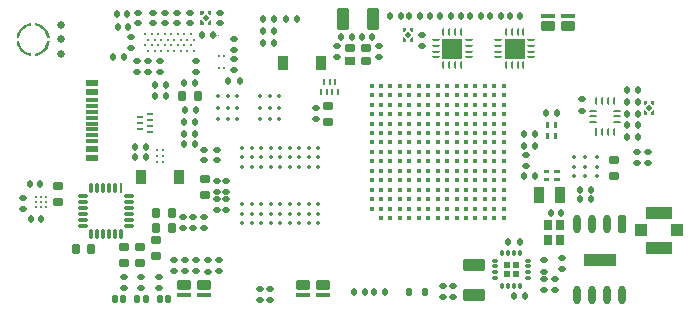
<source format=gtp>
G04*
G04 #@! TF.GenerationSoftware,Altium Limited,Altium Designer,25.1.2 (22)*
G04*
G04 Layer_Color=8421504*
%FSLAX44Y44*%
%MOMM*%
G71*
G04*
G04 #@! TF.SameCoordinates,2BCE8437-4B4B-493D-AEBF-8C89570F1AAD*
G04*
G04*
G04 #@! TF.FilePolarity,Positive*
G04*
G01*
G75*
%ADD17R,0.5000X0.5000*%
%ADD18C,0.4000*%
G04:AMPARAMS|DCode=19|XSize=0.25mm|YSize=0.6mm|CornerRadius=0.0625mm|HoleSize=0mm|Usage=FLASHONLY|Rotation=270.000|XOffset=0mm|YOffset=0mm|HoleType=Round|Shape=RoundedRectangle|*
%AMROUNDEDRECTD19*
21,1,0.2500,0.4750,0,0,270.0*
21,1,0.1250,0.6000,0,0,270.0*
1,1,0.1250,-0.2375,-0.0625*
1,1,0.1250,-0.2375,0.0625*
1,1,0.1250,0.2375,0.0625*
1,1,0.1250,0.2375,-0.0625*
%
%ADD19ROUNDEDRECTD19*%
G04:AMPARAMS|DCode=20|XSize=0.25mm|YSize=0.6mm|CornerRadius=0.0625mm|HoleSize=0mm|Usage=FLASHONLY|Rotation=180.000|XOffset=0mm|YOffset=0mm|HoleType=Round|Shape=RoundedRectangle|*
%AMROUNDEDRECTD20*
21,1,0.2500,0.4750,0,0,180.0*
21,1,0.1250,0.6000,0,0,180.0*
1,1,0.1250,-0.0625,0.2375*
1,1,0.1250,0.0625,0.2375*
1,1,0.1250,0.0625,-0.2375*
1,1,0.1250,-0.0625,-0.2375*
%
%ADD20ROUNDEDRECTD20*%
%ADD21R,1.6800X1.6800*%
%ADD22R,1.0000X1.0000*%
%ADD23R,2.2000X1.0500*%
%ADD24C,0.3500*%
G04:AMPARAMS|DCode=25|XSize=1.4mm|YSize=0.9mm|CornerRadius=0.225mm|HoleSize=0mm|Usage=FLASHONLY|Rotation=90.000|XOffset=0mm|YOffset=0mm|HoleType=Round|Shape=RoundedRectangle|*
%AMROUNDEDRECTD25*
21,1,1.4000,0.4500,0,0,90.0*
21,1,0.9500,0.9000,0,0,90.0*
1,1,0.4500,0.2250,0.4750*
1,1,0.4500,0.2250,-0.4750*
1,1,0.4500,-0.2250,-0.4750*
1,1,0.4500,-0.2250,0.4750*
%
%ADD25ROUNDEDRECTD25*%
%ADD26C,0.2000*%
%ADD27C,0.2500*%
G04:AMPARAMS|DCode=28|XSize=0.1mm|YSize=0.1mm|CornerRadius=0.025mm|HoleSize=0mm|Usage=FLASHONLY|Rotation=90.000|XOffset=0mm|YOffset=0mm|HoleType=Round|Shape=RoundedRectangle|*
%AMROUNDEDRECTD28*
21,1,0.1000,0.0500,0,0,90.0*
21,1,0.0500,0.1000,0,0,90.0*
1,1,0.0500,0.0250,0.0250*
1,1,0.0500,0.0250,-0.0250*
1,1,0.0500,-0.0250,-0.0250*
1,1,0.0500,-0.0250,0.0250*
%
%ADD28ROUNDEDRECTD28*%
%ADD29C,0.3400*%
G04:AMPARAMS|DCode=30|XSize=0.6mm|YSize=0.45mm|CornerRadius=0.1125mm|HoleSize=0mm|Usage=FLASHONLY|Rotation=0.000|XOffset=0mm|YOffset=0mm|HoleType=Round|Shape=RoundedRectangle|*
%AMROUNDEDRECTD30*
21,1,0.6000,0.2250,0,0,0.0*
21,1,0.3750,0.4500,0,0,0.0*
1,1,0.2250,0.1875,-0.1125*
1,1,0.2250,-0.1875,-0.1125*
1,1,0.2250,-0.1875,0.1125*
1,1,0.2250,0.1875,0.1125*
%
%ADD30ROUNDEDRECTD30*%
G04:AMPARAMS|DCode=31|XSize=0.6mm|YSize=0.45mm|CornerRadius=0.1125mm|HoleSize=0mm|Usage=FLASHONLY|Rotation=270.000|XOffset=0mm|YOffset=0mm|HoleType=Round|Shape=RoundedRectangle|*
%AMROUNDEDRECTD31*
21,1,0.6000,0.2250,0,0,270.0*
21,1,0.3750,0.4500,0,0,270.0*
1,1,0.2250,-0.1125,-0.1875*
1,1,0.2250,-0.1125,0.1875*
1,1,0.2250,0.1125,0.1875*
1,1,0.2250,0.1125,-0.1875*
%
%ADD31ROUNDEDRECTD31*%
G04:AMPARAMS|DCode=32|XSize=0.5mm|YSize=0.6mm|CornerRadius=0.0625mm|HoleSize=0mm|Usage=FLASHONLY|Rotation=0.000|XOffset=0mm|YOffset=0mm|HoleType=Round|Shape=RoundedRectangle|*
%AMROUNDEDRECTD32*
21,1,0.5000,0.4750,0,0,0.0*
21,1,0.3750,0.6000,0,0,0.0*
1,1,0.1250,0.1875,-0.2375*
1,1,0.1250,-0.1875,-0.2375*
1,1,0.1250,-0.1875,0.2375*
1,1,0.1250,0.1875,0.2375*
%
%ADD32ROUNDEDRECTD32*%
%ADD33O,0.8500X0.2800*%
%ADD34O,0.2800X0.8500*%
%ADD35R,0.2800X0.8500*%
%ADD36C,0.2200*%
G04:AMPARAMS|DCode=37|XSize=0.26mm|YSize=0.48mm|CornerRadius=0.065mm|HoleSize=0mm|Usage=FLASHONLY|Rotation=90.000|XOffset=0mm|YOffset=0mm|HoleType=Round|Shape=RoundedRectangle|*
%AMROUNDEDRECTD37*
21,1,0.2600,0.3500,0,0,90.0*
21,1,0.1300,0.4800,0,0,90.0*
1,1,0.1300,0.1750,0.0650*
1,1,0.1300,0.1750,-0.0650*
1,1,0.1300,-0.1750,-0.0650*
1,1,0.1300,-0.1750,0.0650*
%
%ADD37ROUNDEDRECTD37*%
G04:AMPARAMS|DCode=38|XSize=0.26mm|YSize=0.48mm|CornerRadius=0.065mm|HoleSize=0mm|Usage=FLASHONLY|Rotation=180.000|XOffset=0mm|YOffset=0mm|HoleType=Round|Shape=RoundedRectangle|*
%AMROUNDEDRECTD38*
21,1,0.2600,0.3500,0,0,180.0*
21,1,0.1300,0.4800,0,0,180.0*
1,1,0.1300,-0.0650,0.1750*
1,1,0.1300,0.0650,0.1750*
1,1,0.1300,0.0650,-0.1750*
1,1,0.1300,-0.0650,-0.1750*
%
%ADD38ROUNDEDRECTD38*%
%ADD39R,0.2000X0.5300*%
%ADD40R,0.8500X0.7500*%
G04:AMPARAMS|DCode=41|XSize=0.85mm|YSize=0.75mm|CornerRadius=0.1875mm|HoleSize=0mm|Usage=FLASHONLY|Rotation=0.000|XOffset=0mm|YOffset=0mm|HoleType=Round|Shape=RoundedRectangle|*
%AMROUNDEDRECTD41*
21,1,0.8500,0.3750,0,0,0.0*
21,1,0.4750,0.7500,0,0,0.0*
1,1,0.3750,0.2375,-0.1875*
1,1,0.3750,-0.2375,-0.1875*
1,1,0.3750,-0.2375,0.1875*
1,1,0.3750,0.2375,0.1875*
%
%ADD41ROUNDEDRECTD41*%
G04:AMPARAMS|DCode=42|XSize=1.1mm|YSize=1.9mm|CornerRadius=0.275mm|HoleSize=0mm|Usage=FLASHONLY|Rotation=270.000|XOffset=0mm|YOffset=0mm|HoleType=Round|Shape=RoundedRectangle|*
%AMROUNDEDRECTD42*
21,1,1.1000,1.3500,0,0,270.0*
21,1,0.5500,1.9000,0,0,270.0*
1,1,0.5500,-0.6750,-0.2750*
1,1,0.5500,-0.6750,0.2750*
1,1,0.5500,0.6750,0.2750*
1,1,0.5500,0.6750,-0.2750*
%
%ADD42ROUNDEDRECTD42*%
G04:AMPARAMS|DCode=43|XSize=0.85mm|YSize=0.6mm|CornerRadius=0.075mm|HoleSize=0mm|Usage=FLASHONLY|Rotation=90.000|XOffset=0mm|YOffset=0mm|HoleType=Round|Shape=RoundedRectangle|*
%AMROUNDEDRECTD43*
21,1,0.8500,0.4500,0,0,90.0*
21,1,0.7000,0.6000,0,0,90.0*
1,1,0.1500,0.2250,0.3500*
1,1,0.1500,0.2250,-0.3500*
1,1,0.1500,-0.2250,-0.3500*
1,1,0.1500,-0.2250,0.3500*
%
%ADD43ROUNDEDRECTD43*%
G04:AMPARAMS|DCode=44|XSize=0.9mm|YSize=0.6mm|CornerRadius=0.15mm|HoleSize=0mm|Usage=FLASHONLY|Rotation=0.000|XOffset=0mm|YOffset=0mm|HoleType=Round|Shape=RoundedRectangle|*
%AMROUNDEDRECTD44*
21,1,0.9000,0.3000,0,0,0.0*
21,1,0.6000,0.6000,0,0,0.0*
1,1,0.3000,0.3000,-0.1500*
1,1,0.3000,-0.3000,-0.1500*
1,1,0.3000,-0.3000,0.1500*
1,1,0.3000,0.3000,0.1500*
%
%ADD44ROUNDEDRECTD44*%
G04:AMPARAMS|DCode=45|XSize=0.25mm|YSize=0.675mm|CornerRadius=0.0625mm|HoleSize=0mm|Usage=FLASHONLY|Rotation=90.000|XOffset=0mm|YOffset=0mm|HoleType=Round|Shape=RoundedRectangle|*
%AMROUNDEDRECTD45*
21,1,0.2500,0.5500,0,0,90.0*
21,1,0.1250,0.6750,0,0,90.0*
1,1,0.1250,0.2750,0.0625*
1,1,0.1250,0.2750,-0.0625*
1,1,0.1250,-0.2750,-0.0625*
1,1,0.1250,-0.2750,0.0625*
%
%ADD45ROUNDEDRECTD45*%
G04:AMPARAMS|DCode=46|XSize=0.25mm|YSize=0.675mm|CornerRadius=0.0625mm|HoleSize=0mm|Usage=FLASHONLY|Rotation=180.000|XOffset=0mm|YOffset=0mm|HoleType=Round|Shape=RoundedRectangle|*
%AMROUNDEDRECTD46*
21,1,0.2500,0.5500,0,0,180.0*
21,1,0.1250,0.6750,0,0,180.0*
1,1,0.1250,-0.0625,0.2750*
1,1,0.1250,0.0625,0.2750*
1,1,0.1250,0.0625,-0.2750*
1,1,0.1250,-0.0625,-0.2750*
%
%ADD46ROUNDEDRECTD46*%
%ADD47R,0.2500X0.6750*%
%ADD48C,0.0500*%
%ADD49C,0.6500*%
G04:AMPARAMS|DCode=50|XSize=1.2mm|YSize=0.9mm|CornerRadius=0.1125mm|HoleSize=0mm|Usage=FLASHONLY|Rotation=90.000|XOffset=0mm|YOffset=0mm|HoleType=Round|Shape=RoundedRectangle|*
%AMROUNDEDRECTD50*
21,1,1.2000,0.6750,0,0,90.0*
21,1,0.9750,0.9000,0,0,90.0*
1,1,0.2250,0.3375,0.4875*
1,1,0.2250,0.3375,-0.4875*
1,1,0.2250,-0.3375,-0.4875*
1,1,0.2250,-0.3375,0.4875*
%
%ADD50ROUNDEDRECTD50*%
G04:AMPARAMS|DCode=51|XSize=1.14mm|YSize=0.4mm|CornerRadius=0.05mm|HoleSize=0mm|Usage=FLASHONLY|Rotation=180.000|XOffset=0mm|YOffset=0mm|HoleType=Round|Shape=RoundedRectangle|*
%AMROUNDEDRECTD51*
21,1,1.1400,0.3000,0,0,180.0*
21,1,1.0400,0.4000,0,0,180.0*
1,1,0.1000,-0.5200,0.1500*
1,1,0.1000,0.5200,0.1500*
1,1,0.1000,0.5200,-0.1500*
1,1,0.1000,-0.5200,-0.1500*
%
%ADD51ROUNDEDRECTD51*%
G04:AMPARAMS|DCode=52|XSize=1.14mm|YSize=0.8mm|CornerRadius=0.1mm|HoleSize=0mm|Usage=FLASHONLY|Rotation=180.000|XOffset=0mm|YOffset=0mm|HoleType=Round|Shape=RoundedRectangle|*
%AMROUNDEDRECTD52*
21,1,1.1400,0.6000,0,0,180.0*
21,1,0.9400,0.8000,0,0,180.0*
1,1,0.2000,-0.4700,0.3000*
1,1,0.2000,0.4700,0.3000*
1,1,0.2000,0.4700,-0.3000*
1,1,0.2000,-0.4700,-0.3000*
%
%ADD52ROUNDEDRECTD52*%
%ADD53R,1.1400X0.6000*%
%ADD54R,1.1400X0.3000*%
G04:AMPARAMS|DCode=55|XSize=1.6mm|YSize=0.6mm|CornerRadius=0.15mm|HoleSize=0mm|Usage=FLASHONLY|Rotation=270.000|XOffset=0mm|YOffset=0mm|HoleType=Round|Shape=RoundedRectangle|*
%AMROUNDEDRECTD55*
21,1,1.6000,0.3000,0,0,270.0*
21,1,1.3000,0.6000,0,0,270.0*
1,1,0.3000,-0.1500,-0.6500*
1,1,0.3000,-0.1500,0.6500*
1,1,0.3000,0.1500,0.6500*
1,1,0.3000,0.1500,-0.6500*
%
%ADD55ROUNDEDRECTD55*%
%ADD56O,0.6000X1.6000*%
G04:AMPARAMS|DCode=57|XSize=1mm|YSize=2.7mm|CornerRadius=0mm|HoleSize=0mm|Usage=FLASHONLY|Rotation=270.000|XOffset=0mm|YOffset=0mm|HoleType=Round|Shape=RoundedRectangle|*
%AMROUNDEDRECTD57*
21,1,1.0000,2.7000,0,0,270.0*
21,1,1.0000,2.7000,0,0,270.0*
1,1,0.0000,-1.3500,-0.5000*
1,1,0.0000,-1.3500,0.5000*
1,1,0.0000,1.3500,0.5000*
1,1,0.0000,1.3500,-0.5000*
%
%ADD57ROUNDEDRECTD57*%
G04:AMPARAMS|DCode=58|XSize=0.85mm|YSize=0.75mm|CornerRadius=0.1875mm|HoleSize=0mm|Usage=FLASHONLY|Rotation=90.000|XOffset=0mm|YOffset=0mm|HoleType=Round|Shape=RoundedRectangle|*
%AMROUNDEDRECTD58*
21,1,0.8500,0.3750,0,0,90.0*
21,1,0.4750,0.7500,0,0,90.0*
1,1,0.3750,0.1875,0.2375*
1,1,0.3750,0.1875,-0.2375*
1,1,0.3750,-0.1875,-0.2375*
1,1,0.3750,-0.1875,0.2375*
%
%ADD58ROUNDEDRECTD58*%
%ADD59R,0.7500X0.8500*%
G04:AMPARAMS|DCode=60|XSize=1.1mm|YSize=1.9mm|CornerRadius=0.275mm|HoleSize=0mm|Usage=FLASHONLY|Rotation=0.000|XOffset=0mm|YOffset=0mm|HoleType=Round|Shape=RoundedRectangle|*
%AMROUNDEDRECTD60*
21,1,1.1000,1.3500,0,0,0.0*
21,1,0.5500,1.9000,0,0,0.0*
1,1,0.5500,0.2750,-0.6750*
1,1,0.5500,-0.2750,-0.6750*
1,1,0.5500,-0.2750,0.6750*
1,1,0.5500,0.2750,0.6750*
%
%ADD60ROUNDEDRECTD60*%
%ADD61R,0.5300X0.2000*%
G04:AMPARAMS|DCode=62|XSize=0.85mm|YSize=0.6mm|CornerRadius=0.075mm|HoleSize=0mm|Usage=FLASHONLY|Rotation=0.000|XOffset=0mm|YOffset=0mm|HoleType=Round|Shape=RoundedRectangle|*
%AMROUNDEDRECTD62*
21,1,0.8500,0.4500,0,0,0.0*
21,1,0.7000,0.6000,0,0,0.0*
1,1,0.1500,0.3500,-0.2250*
1,1,0.1500,-0.3500,-0.2250*
1,1,0.1500,-0.3500,0.2250*
1,1,0.1500,0.3500,0.2250*
%
%ADD62ROUNDEDRECTD62*%
G04:AMPARAMS|DCode=63|XSize=0.5mm|YSize=0.6mm|CornerRadius=0.125mm|HoleSize=0mm|Usage=FLASHONLY|Rotation=180.000|XOffset=0mm|YOffset=0mm|HoleType=Round|Shape=RoundedRectangle|*
%AMROUNDEDRECTD63*
21,1,0.5000,0.3500,0,0,180.0*
21,1,0.2500,0.6000,0,0,180.0*
1,1,0.2500,-0.1250,0.1750*
1,1,0.2500,0.1250,0.1750*
1,1,0.2500,0.1250,-0.1750*
1,1,0.2500,-0.1250,-0.1750*
%
%ADD63ROUNDEDRECTD63*%
G36*
X168120Y248090D02*
X167020D01*
X165520Y249590D01*
Y251990D01*
X168120D01*
Y248090D01*
D02*
G37*
G36*
X161620Y249590D02*
X160120Y248090D01*
X159020D01*
Y251990D01*
X161620D01*
Y249590D01*
D02*
G37*
G36*
X166470Y245990D02*
X163570Y243090D01*
X160670Y245990D01*
X163570Y248890D01*
X166470Y245990D01*
D02*
G37*
G36*
X168120Y239990D02*
X165520D01*
Y242390D01*
X167020Y243890D01*
X168120D01*
Y239990D01*
D02*
G37*
G36*
X161620Y242390D02*
Y239990D01*
X159020D01*
Y243890D01*
X160120D01*
X161620Y242390D01*
D02*
G37*
G36*
X339200Y233850D02*
X338100D01*
X336600Y235350D01*
Y237750D01*
X339200D01*
Y233850D01*
D02*
G37*
G36*
X332700Y235350D02*
X331200Y233850D01*
X330100D01*
Y237750D01*
X332700D01*
Y235350D01*
D02*
G37*
G36*
X19549Y241597D02*
X21986Y240980D01*
X24273Y239939D01*
X26339Y238506D01*
X28116Y236729D01*
X29549Y234664D01*
X30590Y232376D01*
X31207Y229939D01*
X31257Y229223D01*
X29227Y229222D01*
X29154Y229780D01*
X29146Y229812D01*
X29141Y229845D01*
X28622Y231782D01*
X28607Y231822D01*
X28592Y231864D01*
X27745Y233682D01*
X27723Y233719D01*
X27701Y233757D01*
X26551Y235400D01*
X26523Y235433D01*
X26495Y235467D01*
X25077Y236885D01*
X25043Y236912D01*
X25010Y236941D01*
X23367Y238091D01*
X23329Y238113D01*
X23291Y238135D01*
X21474Y238982D01*
X21432Y238997D01*
X21391Y239012D01*
X19455Y239531D01*
X19422Y239536D01*
X19390Y239544D01*
X18832Y239617D01*
X18832Y241647D01*
X19549Y241597D01*
D02*
G37*
G36*
X15828Y239587D02*
X15270Y239514D01*
X15238Y239506D01*
X15205Y239501D01*
X13268Y238982D01*
X13228Y238967D01*
X13186Y238952D01*
X11369Y238105D01*
X11331Y238083D01*
X11293Y238061D01*
X9650Y236911D01*
X9617Y236883D01*
X9583Y236855D01*
X8165Y235437D01*
X8138Y235404D01*
X8109Y235370D01*
X6959Y233727D01*
X6937Y233689D01*
X6915Y233652D01*
X6068Y231834D01*
X6053Y231793D01*
X6038Y231752D01*
X5519Y229815D01*
X5514Y229782D01*
X5506Y229750D01*
X5433Y229192D01*
X3403Y229193D01*
X3453Y229909D01*
X4070Y232346D01*
X5111Y234634D01*
X6544Y236699D01*
X8321Y238476D01*
X10387Y239909D01*
X12674Y240950D01*
X15111Y241567D01*
X15828Y241617D01*
X15828Y239587D01*
D02*
G37*
G36*
X337550Y231750D02*
X334650Y228850D01*
X331750Y231750D01*
X334650Y234650D01*
X337550Y231750D01*
D02*
G37*
G36*
X339200Y225750D02*
X336600D01*
Y228150D01*
X338100Y229650D01*
X339200D01*
Y225750D01*
D02*
G37*
G36*
X332700Y228150D02*
Y225750D01*
X330100D01*
Y229650D01*
X331200D01*
X332700Y228150D01*
D02*
G37*
G36*
X31247Y226187D02*
X31197Y225470D01*
X30580Y223034D01*
X29539Y220746D01*
X28106Y218681D01*
X26329Y216903D01*
X24263Y215471D01*
X21976Y214430D01*
X19539Y213813D01*
X18822Y213763D01*
X18822Y215793D01*
X19380Y215866D01*
X19412Y215874D01*
X19445Y215879D01*
X21381Y216398D01*
X21422Y216413D01*
X21464Y216428D01*
X23281Y217275D01*
X23319Y217297D01*
X23357Y217319D01*
X25000Y218469D01*
X25034Y218498D01*
X25067Y218525D01*
X26485Y219943D01*
X26513Y219977D01*
X26541Y220010D01*
X27691Y221653D01*
X27713Y221691D01*
X27735Y221728D01*
X28582Y223546D01*
X28597Y223588D01*
X28612Y223628D01*
X29131Y225565D01*
X29136Y225598D01*
X29144Y225630D01*
X29217Y226187D01*
X31247Y226187D01*
D02*
G37*
G36*
X5496Y225630D02*
X5504Y225598D01*
X5509Y225565D01*
X6028Y223628D01*
X6043Y223587D01*
X6058Y223546D01*
X6905Y221728D01*
X6927Y221691D01*
X6949Y221653D01*
X8099Y220010D01*
X8128Y219976D01*
X8155Y219943D01*
X9573Y218525D01*
X9607Y218497D01*
X9640Y218469D01*
X11283Y217319D01*
X11321Y217297D01*
X11359Y217275D01*
X13176Y216428D01*
X13218Y216413D01*
X13258Y216398D01*
X15195Y215879D01*
X15228Y215874D01*
X15260Y215866D01*
X15818Y215793D01*
X15818Y213763D01*
X15101Y213813D01*
X12664Y214430D01*
X10377Y215471D01*
X8311Y216903D01*
X6534Y218681D01*
X5101Y220746D01*
X4060Y223034D01*
X3442Y225470D01*
X3393Y226187D01*
X5423Y226187D01*
X5496Y225630D01*
D02*
G37*
G36*
X543300Y172050D02*
X542200D01*
X540700Y173550D01*
Y175950D01*
X543300D01*
Y172050D01*
D02*
G37*
G36*
X536800Y173550D02*
X535300Y172050D01*
X534200D01*
Y175950D01*
X536800D01*
Y173550D01*
D02*
G37*
G36*
X541650Y169950D02*
X538750Y167050D01*
X535850Y169950D01*
X538750Y172850D01*
X541650Y169950D01*
D02*
G37*
G36*
X543300Y163950D02*
X540700D01*
Y166350D01*
X542200Y167850D01*
X543300D01*
Y163950D01*
D02*
G37*
G36*
X536800Y166350D02*
Y163950D01*
X534200D01*
Y167850D01*
X535300D01*
X536800Y166350D01*
D02*
G37*
G36*
X460921Y152650D02*
X458521D01*
Y157650D01*
X460921D01*
Y152650D01*
D02*
G37*
G36*
X454321D02*
X451921D01*
Y157650D01*
X454321D01*
Y152650D01*
D02*
G37*
G36*
X460921Y143450D02*
X458521D01*
Y148450D01*
X460921D01*
Y143450D01*
D02*
G37*
G36*
X454321D02*
X451921D01*
Y148450D01*
X454321D01*
Y143450D01*
D02*
G37*
G36*
X463700Y114800D02*
X458700D01*
Y117200D01*
X463700D01*
Y114800D01*
D02*
G37*
G36*
X454500D02*
X449500D01*
Y117200D01*
X454500D01*
Y114800D01*
D02*
G37*
G36*
X463700Y108200D02*
X458700D01*
Y110600D01*
X463700D01*
Y108200D01*
D02*
G37*
G36*
X454500D02*
X449500D01*
Y110600D01*
X454500D01*
Y108200D01*
D02*
G37*
D17*
X425846Y36771D02*
D03*
Y29151D02*
D03*
X418226Y36771D02*
D03*
Y29151D02*
D03*
D18*
X303882Y84528D02*
D03*
Y92528D02*
D03*
Y100528D02*
D03*
Y108528D02*
D03*
Y116528D02*
D03*
Y124528D02*
D03*
Y132528D02*
D03*
Y140528D02*
D03*
Y148528D02*
D03*
Y156528D02*
D03*
Y164528D02*
D03*
Y172528D02*
D03*
Y180528D02*
D03*
Y188528D02*
D03*
X311882Y76528D02*
D03*
Y84528D02*
D03*
Y92528D02*
D03*
Y100528D02*
D03*
Y108528D02*
D03*
Y116528D02*
D03*
Y124528D02*
D03*
Y132528D02*
D03*
Y140528D02*
D03*
Y148528D02*
D03*
Y156528D02*
D03*
Y164528D02*
D03*
Y172528D02*
D03*
Y180528D02*
D03*
Y188528D02*
D03*
X319882Y76528D02*
D03*
Y84528D02*
D03*
Y92528D02*
D03*
Y100528D02*
D03*
Y108528D02*
D03*
Y116528D02*
D03*
Y124528D02*
D03*
Y132528D02*
D03*
Y140528D02*
D03*
Y148528D02*
D03*
Y156528D02*
D03*
Y164528D02*
D03*
Y172528D02*
D03*
Y180528D02*
D03*
Y188528D02*
D03*
X327882Y76528D02*
D03*
Y84528D02*
D03*
Y92528D02*
D03*
Y100528D02*
D03*
Y108528D02*
D03*
Y116528D02*
D03*
Y124528D02*
D03*
Y132528D02*
D03*
Y140528D02*
D03*
Y148528D02*
D03*
Y156528D02*
D03*
Y164528D02*
D03*
Y172528D02*
D03*
Y180528D02*
D03*
Y188528D02*
D03*
X335882Y76528D02*
D03*
Y84528D02*
D03*
Y92528D02*
D03*
Y100528D02*
D03*
Y108528D02*
D03*
Y116528D02*
D03*
Y124528D02*
D03*
Y132528D02*
D03*
Y140528D02*
D03*
Y148528D02*
D03*
Y156528D02*
D03*
Y164528D02*
D03*
Y172528D02*
D03*
Y180528D02*
D03*
Y188528D02*
D03*
X343882Y76528D02*
D03*
Y84528D02*
D03*
Y92528D02*
D03*
Y100528D02*
D03*
Y108528D02*
D03*
Y116528D02*
D03*
Y124528D02*
D03*
Y132528D02*
D03*
Y140528D02*
D03*
Y148528D02*
D03*
Y156528D02*
D03*
Y164528D02*
D03*
Y172528D02*
D03*
Y180528D02*
D03*
Y188528D02*
D03*
X351882Y76528D02*
D03*
Y84528D02*
D03*
Y92528D02*
D03*
Y100528D02*
D03*
Y108528D02*
D03*
Y116528D02*
D03*
Y124528D02*
D03*
Y132528D02*
D03*
Y140528D02*
D03*
Y148528D02*
D03*
Y156528D02*
D03*
Y164528D02*
D03*
Y172528D02*
D03*
Y180528D02*
D03*
Y188528D02*
D03*
X359882Y76528D02*
D03*
Y84528D02*
D03*
Y92528D02*
D03*
Y100528D02*
D03*
Y108528D02*
D03*
Y116528D02*
D03*
Y124528D02*
D03*
Y132528D02*
D03*
Y140528D02*
D03*
Y148528D02*
D03*
Y156528D02*
D03*
Y164528D02*
D03*
Y172528D02*
D03*
Y180528D02*
D03*
Y188528D02*
D03*
X367882Y76528D02*
D03*
Y84528D02*
D03*
Y92528D02*
D03*
Y100528D02*
D03*
Y108528D02*
D03*
Y116528D02*
D03*
Y124528D02*
D03*
Y132528D02*
D03*
Y140528D02*
D03*
Y148528D02*
D03*
Y156528D02*
D03*
Y164528D02*
D03*
Y172528D02*
D03*
Y180528D02*
D03*
Y188528D02*
D03*
X375882Y76528D02*
D03*
Y84528D02*
D03*
Y92528D02*
D03*
Y100528D02*
D03*
Y108528D02*
D03*
Y116528D02*
D03*
Y124528D02*
D03*
Y132528D02*
D03*
Y140528D02*
D03*
Y148528D02*
D03*
Y156528D02*
D03*
Y164528D02*
D03*
Y172528D02*
D03*
Y180528D02*
D03*
X383882Y76528D02*
D03*
Y84528D02*
D03*
Y92528D02*
D03*
Y100528D02*
D03*
Y108528D02*
D03*
Y116528D02*
D03*
Y124528D02*
D03*
Y132528D02*
D03*
Y140528D02*
D03*
Y148528D02*
D03*
Y156528D02*
D03*
Y164528D02*
D03*
Y172528D02*
D03*
Y180528D02*
D03*
Y188528D02*
D03*
X391882Y76528D02*
D03*
Y84528D02*
D03*
Y92528D02*
D03*
Y100528D02*
D03*
Y108528D02*
D03*
Y116528D02*
D03*
Y124528D02*
D03*
Y132528D02*
D03*
Y140528D02*
D03*
Y148528D02*
D03*
Y156528D02*
D03*
Y164528D02*
D03*
Y172528D02*
D03*
Y180528D02*
D03*
Y188528D02*
D03*
X399882Y76528D02*
D03*
Y84528D02*
D03*
Y92528D02*
D03*
Y100528D02*
D03*
Y108528D02*
D03*
Y116528D02*
D03*
Y124528D02*
D03*
Y132528D02*
D03*
Y140528D02*
D03*
Y148528D02*
D03*
Y156528D02*
D03*
Y164528D02*
D03*
Y172528D02*
D03*
Y180528D02*
D03*
Y188528D02*
D03*
X407882Y76528D02*
D03*
Y84528D02*
D03*
Y92528D02*
D03*
Y100528D02*
D03*
Y108528D02*
D03*
Y116528D02*
D03*
Y124528D02*
D03*
Y132528D02*
D03*
Y140528D02*
D03*
Y148528D02*
D03*
Y156528D02*
D03*
Y164528D02*
D03*
Y172528D02*
D03*
Y180528D02*
D03*
Y188528D02*
D03*
X415882Y76528D02*
D03*
Y84528D02*
D03*
Y92528D02*
D03*
Y100528D02*
D03*
Y108528D02*
D03*
Y116528D02*
D03*
Y124528D02*
D03*
Y132528D02*
D03*
Y140528D02*
D03*
Y148528D02*
D03*
Y156528D02*
D03*
Y164528D02*
D03*
Y172528D02*
D03*
Y180528D02*
D03*
Y188528D02*
D03*
X375882D02*
D03*
D19*
X439000Y212500D02*
D03*
Y217500D02*
D03*
Y222500D02*
D03*
Y227500D02*
D03*
X411000D02*
D03*
Y222500D02*
D03*
Y217500D02*
D03*
Y212500D02*
D03*
X358269D02*
D03*
Y217500D02*
D03*
Y222500D02*
D03*
Y227500D02*
D03*
X386269D02*
D03*
Y222500D02*
D03*
Y217500D02*
D03*
Y212500D02*
D03*
D20*
X432500Y234000D02*
D03*
X427500D02*
D03*
X422500D02*
D03*
X417500D02*
D03*
Y206000D02*
D03*
X422500D02*
D03*
X427500D02*
D03*
X432500D02*
D03*
X379769D02*
D03*
X374769D02*
D03*
X369769D02*
D03*
X364769D02*
D03*
Y234000D02*
D03*
X369769D02*
D03*
X374769D02*
D03*
X379769D02*
D03*
D21*
X425000Y220000D02*
D03*
X372269D02*
D03*
D22*
X562116Y66294D02*
D03*
X532116D02*
D03*
D23*
X547116Y51544D02*
D03*
X547366Y81044D02*
D03*
D24*
X258534Y136078D02*
D03*
Y128078D02*
D03*
Y120078D02*
D03*
Y88078D02*
D03*
Y80078D02*
D03*
Y72078D02*
D03*
X250534Y136078D02*
D03*
Y128078D02*
D03*
Y120078D02*
D03*
Y88078D02*
D03*
Y80078D02*
D03*
Y72078D02*
D03*
X242534Y136078D02*
D03*
Y128078D02*
D03*
Y120078D02*
D03*
Y88078D02*
D03*
Y80078D02*
D03*
Y72078D02*
D03*
X234534Y136078D02*
D03*
Y128078D02*
D03*
Y120078D02*
D03*
Y88078D02*
D03*
Y80078D02*
D03*
Y72078D02*
D03*
X226534Y136078D02*
D03*
Y128078D02*
D03*
Y120078D02*
D03*
Y88078D02*
D03*
Y80078D02*
D03*
Y72078D02*
D03*
X218534Y136078D02*
D03*
Y128078D02*
D03*
Y120078D02*
D03*
Y88078D02*
D03*
Y80078D02*
D03*
Y72078D02*
D03*
X210534Y136078D02*
D03*
Y128078D02*
D03*
Y120078D02*
D03*
Y88078D02*
D03*
Y80078D02*
D03*
Y72078D02*
D03*
X202534Y136078D02*
D03*
Y128078D02*
D03*
Y120078D02*
D03*
Y88078D02*
D03*
Y80078D02*
D03*
Y72078D02*
D03*
X194534Y136078D02*
D03*
Y128078D02*
D03*
Y120078D02*
D03*
Y88078D02*
D03*
Y80078D02*
D03*
Y72078D02*
D03*
D25*
X445500Y96000D02*
D03*
X463500D02*
D03*
D26*
X112272Y232321D02*
D03*
X117772D02*
D03*
X123272D02*
D03*
X134272D02*
D03*
X139772D02*
D03*
X145272D02*
D03*
X150772D02*
D03*
X115022Y227566D02*
D03*
X120522D02*
D03*
X126022D02*
D03*
X131522D02*
D03*
X137022D02*
D03*
X142522D02*
D03*
X148022D02*
D03*
X153522D02*
D03*
X112272Y223016D02*
D03*
X117772D02*
D03*
X123272D02*
D03*
X128772D02*
D03*
X134272D02*
D03*
X139772D02*
D03*
X145272D02*
D03*
X150772D02*
D03*
X115022Y218258D02*
D03*
X120522D02*
D03*
X126022D02*
D03*
X131522D02*
D03*
X137022D02*
D03*
X142522D02*
D03*
X148022D02*
D03*
X153522D02*
D03*
X128772Y232321D02*
D03*
D27*
X174700Y213500D02*
D03*
Y203500D02*
D03*
X178800D02*
D03*
Y213500D02*
D03*
X127000Y134000D02*
D03*
Y129000D02*
D03*
Y124000D02*
D03*
X122000Y134000D02*
D03*
Y129000D02*
D03*
Y124000D02*
D03*
D28*
X171960Y231770D02*
D03*
X173960D02*
D03*
D29*
X209500Y160000D02*
D03*
Y170000D02*
D03*
Y180000D02*
D03*
X217500Y160000D02*
D03*
Y170000D02*
D03*
Y180000D02*
D03*
X225500Y160000D02*
D03*
Y170000D02*
D03*
Y180000D02*
D03*
X174000Y160000D02*
D03*
Y170000D02*
D03*
Y180000D02*
D03*
X182000Y160000D02*
D03*
Y170000D02*
D03*
Y180000D02*
D03*
X190000Y160000D02*
D03*
Y170000D02*
D03*
Y180000D02*
D03*
X495000Y112000D02*
D03*
X485000D02*
D03*
X475000D02*
D03*
X495000Y120000D02*
D03*
X485000D02*
D03*
X475000D02*
D03*
X495000Y128000D02*
D03*
X485000D02*
D03*
X475000D02*
D03*
D30*
X144000Y77520D02*
D03*
Y68480D02*
D03*
X373000Y18750D02*
D03*
Y9250D02*
D03*
X450000Y40750D02*
D03*
Y31250D02*
D03*
X465000Y42770D02*
D03*
Y33730D02*
D03*
X481750Y177000D02*
D03*
Y167500D02*
D03*
X180820Y107460D02*
D03*
Y98420D02*
D03*
X459000Y15250D02*
D03*
Y24750D02*
D03*
X8820Y84190D02*
D03*
Y93690D02*
D03*
X165000Y40750D02*
D03*
Y31250D02*
D03*
X209550Y7188D02*
D03*
Y16688D02*
D03*
X346900Y231520D02*
D03*
Y222480D02*
D03*
X109000Y17250D02*
D03*
Y26750D02*
D03*
X124000D02*
D03*
Y17250D02*
D03*
X94000Y17000D02*
D03*
Y26500D02*
D03*
X538000Y132750D02*
D03*
Y123250D02*
D03*
X529000Y132750D02*
D03*
Y123250D02*
D03*
X256820Y169460D02*
D03*
Y160420D02*
D03*
X173000Y134520D02*
D03*
Y125480D02*
D03*
X172820Y107460D02*
D03*
Y98420D02*
D03*
X162000Y134520D02*
D03*
Y125480D02*
D03*
X172750Y83230D02*
D03*
Y92270D02*
D03*
X187500Y228000D02*
D03*
Y218500D02*
D03*
X175000Y31500D02*
D03*
Y41000D02*
D03*
X155000Y200250D02*
D03*
Y209750D02*
D03*
X105000Y200480D02*
D03*
Y209520D02*
D03*
X118820Y250460D02*
D03*
Y241420D02*
D03*
X187750Y211270D02*
D03*
Y202230D02*
D03*
X175820Y241420D02*
D03*
Y250460D02*
D03*
X149820Y250460D02*
D03*
Y241420D02*
D03*
X125000Y209520D02*
D03*
Y200480D02*
D03*
X115000Y200480D02*
D03*
Y209520D02*
D03*
X99820Y220420D02*
D03*
Y229460D02*
D03*
X106000Y250520D02*
D03*
Y241480D02*
D03*
X128820Y250460D02*
D03*
Y241420D02*
D03*
X138820Y250460D02*
D03*
Y241420D02*
D03*
X136930Y41000D02*
D03*
Y31500D02*
D03*
X162000Y68250D02*
D03*
Y77750D02*
D03*
X364000Y9250D02*
D03*
Y18750D02*
D03*
X153000Y68250D02*
D03*
Y77750D02*
D03*
X146000Y31482D02*
D03*
Y40982D02*
D03*
X218186Y7188D02*
D03*
Y16688D02*
D03*
X180750Y83230D02*
D03*
Y92270D02*
D03*
X450000Y24520D02*
D03*
Y15480D02*
D03*
X435000Y120480D02*
D03*
Y129520D02*
D03*
X310000Y212980D02*
D03*
Y222020D02*
D03*
X275000Y222020D02*
D03*
Y212980D02*
D03*
X155000Y41000D02*
D03*
Y31960D02*
D03*
D31*
X441850Y147500D02*
D03*
X433150D02*
D03*
X154520Y148000D02*
D03*
X145480D02*
D03*
X529750Y145000D02*
D03*
X520250D02*
D03*
X305750Y13500D02*
D03*
X315250D02*
D03*
X289250D02*
D03*
X298750D02*
D03*
X15300Y75940D02*
D03*
X24340D02*
D03*
X396520Y248000D02*
D03*
X387480D02*
D03*
X97820Y238100D02*
D03*
X88780D02*
D03*
X451780Y165200D02*
D03*
X460820D02*
D03*
X120250Y180000D02*
D03*
X129750D02*
D03*
Y189000D02*
D03*
X120250D02*
D03*
X432980Y137500D02*
D03*
X442020D02*
D03*
X295480Y230000D02*
D03*
X304520D02*
D03*
X287020D02*
D03*
X277980D02*
D03*
X23340Y104940D02*
D03*
X14300D02*
D03*
X455480Y81000D02*
D03*
X464520D02*
D03*
X480730Y92250D02*
D03*
X489770D02*
D03*
X480697Y100136D02*
D03*
X489737D02*
D03*
X154750Y158000D02*
D03*
X145250D02*
D03*
Y139000D02*
D03*
X154750D02*
D03*
X146000Y168000D02*
D03*
X155040D02*
D03*
X240423Y245000D02*
D03*
X231383D02*
D03*
X221250Y225000D02*
D03*
X211750D02*
D03*
X211980Y235000D02*
D03*
X221020D02*
D03*
X192250Y192500D02*
D03*
X182750D02*
D03*
X145300Y190940D02*
D03*
X154340D02*
D03*
X113250Y128250D02*
D03*
X103750D02*
D03*
Y136750D02*
D03*
X113250D02*
D03*
X370980Y248000D02*
D03*
X380020D02*
D03*
X344520Y248000D02*
D03*
X335480D02*
D03*
X319480D02*
D03*
X328520D02*
D03*
X420861Y248000D02*
D03*
X429901D02*
D03*
X404480D02*
D03*
X413520D02*
D03*
X362000D02*
D03*
X352960D02*
D03*
X85300Y212940D02*
D03*
X94340D02*
D03*
X169590Y231690D02*
D03*
X160550D02*
D03*
X529520Y165000D02*
D03*
X520480D02*
D03*
X529520Y185000D02*
D03*
X520480D02*
D03*
Y175000D02*
D03*
X529520D02*
D03*
X520480Y155000D02*
D03*
X529520D02*
D03*
X429250Y56500D02*
D03*
X419750D02*
D03*
X424450Y10400D02*
D03*
X433950D02*
D03*
X211750Y245000D02*
D03*
X221250D02*
D03*
X442020Y112500D02*
D03*
X432980D02*
D03*
X88160Y249100D02*
D03*
X97200D02*
D03*
D32*
X105500Y8000D02*
D03*
X112500D02*
D03*
X131500D02*
D03*
X124500D02*
D03*
X86500D02*
D03*
X93500D02*
D03*
D33*
X98820Y94940D02*
D03*
Y89940D02*
D03*
Y84940D02*
D03*
Y79940D02*
D03*
Y74940D02*
D03*
Y69940D02*
D03*
X59320D02*
D03*
Y74940D02*
D03*
Y79940D02*
D03*
Y84940D02*
D03*
Y89940D02*
D03*
Y94940D02*
D03*
D34*
X91570Y62690D02*
D03*
X86570D02*
D03*
X81570D02*
D03*
X76570D02*
D03*
X71570D02*
D03*
X66570D02*
D03*
Y102190D02*
D03*
X71570D02*
D03*
X76570D02*
D03*
X81570D02*
D03*
X86570D02*
D03*
D35*
X91570D02*
D03*
D36*
X19820Y93940D02*
D03*
X23820D02*
D03*
X27820D02*
D03*
X19820Y89940D02*
D03*
X23820D02*
D03*
X27820D02*
D03*
X19820Y85940D02*
D03*
X23820D02*
D03*
X27820D02*
D03*
D37*
X408000Y25500D02*
D03*
Y30500D02*
D03*
Y35500D02*
D03*
Y40500D02*
D03*
X436000D02*
D03*
Y35500D02*
D03*
Y30500D02*
D03*
Y25500D02*
D03*
D38*
X414500Y47000D02*
D03*
X419500D02*
D03*
X424500D02*
D03*
X429500D02*
D03*
Y19000D02*
D03*
X424500D02*
D03*
X419500D02*
D03*
X414500D02*
D03*
D39*
X263296Y191900D02*
D03*
X268296D02*
D03*
X273296D02*
D03*
X275796Y183600D02*
D03*
X270796D02*
D03*
X265796D02*
D03*
X260796D02*
D03*
D40*
X286000Y209750D02*
D03*
D41*
X299000D02*
D03*
X286000Y220250D02*
D03*
X299000D02*
D03*
D42*
X390500Y36500D02*
D03*
Y11500D02*
D03*
D43*
X134750Y68001D02*
D03*
X121250D02*
D03*
X53250Y50199D02*
D03*
X66750D02*
D03*
X121250Y81001D02*
D03*
X134750D02*
D03*
X156571Y179941D02*
D03*
X143070D02*
D03*
D44*
X121000Y58000D02*
D03*
Y44000D02*
D03*
X38820Y89940D02*
D03*
Y103940D02*
D03*
D45*
X491500Y157500D02*
D03*
Y162500D02*
D03*
Y167500D02*
D03*
X512000D02*
D03*
Y162500D02*
D03*
Y157500D02*
D03*
D46*
X494250Y175250D02*
D03*
X499250D02*
D03*
X504250D02*
D03*
X509250D02*
D03*
Y149750D02*
D03*
X504250D02*
D03*
X499250D02*
D03*
D47*
X494250D02*
D03*
D48*
X7820Y218940D02*
D03*
Y236440D02*
D03*
X26820D02*
D03*
Y218940D02*
D03*
D49*
X40720Y239690D02*
D03*
Y227690D02*
D03*
Y215690D02*
D03*
D50*
X109000Y111250D02*
D03*
X141000D02*
D03*
X261000Y207500D02*
D03*
X229000D02*
D03*
D51*
X470000Y247800D02*
D03*
X453000D02*
D03*
X162000Y11250D02*
D03*
X145000D02*
D03*
X245750D02*
D03*
X262750D02*
D03*
D52*
X453000Y239350D02*
D03*
X470000D02*
D03*
X145000Y19700D02*
D03*
X162000D02*
D03*
X262750D02*
D03*
X245750D02*
D03*
D53*
X67500Y127000D02*
D03*
Y135000D02*
D03*
Y183000D02*
D03*
Y191000D02*
D03*
D54*
Y176500D02*
D03*
Y141500D02*
D03*
Y171500D02*
D03*
Y146500D02*
D03*
Y166500D02*
D03*
Y151500D02*
D03*
Y161500D02*
D03*
Y156500D02*
D03*
D55*
X515950Y71250D02*
D03*
D56*
X503250D02*
D03*
X490550D02*
D03*
X477850D02*
D03*
Y11250D02*
D03*
X490550D02*
D03*
X503250D02*
D03*
X515950D02*
D03*
D57*
X496900Y41250D02*
D03*
D58*
X453166Y70876D02*
D03*
Y57876D02*
D03*
X463666Y70876D02*
D03*
D59*
Y57876D02*
D03*
D60*
X305000Y245000D02*
D03*
X280000D02*
D03*
D61*
X107600Y151750D02*
D03*
Y156750D02*
D03*
Y161750D02*
D03*
X115900Y164250D02*
D03*
Y159250D02*
D03*
Y154250D02*
D03*
Y149250D02*
D03*
D62*
X94001Y51750D02*
D03*
Y38249D02*
D03*
X108001D02*
D03*
Y51750D02*
D03*
X509401Y125449D02*
D03*
Y111950D02*
D03*
X266819Y171691D02*
D03*
Y158190D02*
D03*
X162821Y109690D02*
D03*
Y96189D02*
D03*
D63*
X349189Y14150D02*
D03*
X335189D02*
D03*
M02*

</source>
